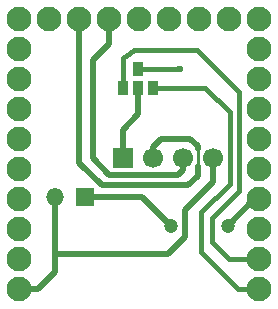
<source format=gbr>
G04 #@! TF.FileFunction,Copper,L1,Top,Signal*
%FSLAX46Y46*%
G04 Gerber Fmt 4.6, Leading zero omitted, Abs format (unit mm)*
G04 Created by KiCad (PCBNEW 4.0.6) date 07/30/17 19:43:23*
%MOMM*%
%LPD*%
G01*
G04 APERTURE LIST*
%ADD10C,0.100000*%
%ADD11R,1.500000X1.500000*%
%ADD12O,1.500000X1.500000*%
%ADD13R,1.700000X1.700000*%
%ADD14C,1.700000*%
%ADD15R,0.970000X1.270000*%
%ADD16C,2.100000*%
%ADD17C,1.200000*%
%ADD18C,0.600000*%
%ADD19C,0.400000*%
%ADD20C,0.500000*%
%ADD21C,0.250000*%
G04 APERTURE END LIST*
D10*
D11*
X146861000Y-80355000D03*
D12*
X144321000Y-80355000D03*
D13*
X150037800Y-77038200D03*
D14*
X152577800Y-77038200D03*
X155117800Y-77038200D03*
X157657800Y-77038200D03*
D15*
X152628600Y-71094600D03*
X151358600Y-71094600D03*
X150088600Y-71094600D03*
X151358600Y-69544600D03*
D16*
X161581000Y-67845000D03*
X161581000Y-70385000D03*
X161581000Y-72925000D03*
X161581000Y-75465000D03*
X161581000Y-78005000D03*
X161581000Y-80545000D03*
X161581000Y-83085000D03*
X161581000Y-85625000D03*
X161581000Y-88165000D03*
X161581000Y-65305000D03*
X159041000Y-65305000D03*
X156501000Y-65305000D03*
X153961000Y-65305000D03*
X151421000Y-65305000D03*
X148881000Y-65305000D03*
X146341000Y-65305000D03*
X143801000Y-65305000D03*
X141261000Y-65305000D03*
X141261000Y-67845000D03*
X141261000Y-70385000D03*
X141261000Y-72925000D03*
X141261000Y-75465000D03*
X141261000Y-78005000D03*
X141261000Y-80545000D03*
X141261000Y-83085000D03*
X141261000Y-85625000D03*
X141261000Y-88165000D03*
D17*
X154101800Y-82778600D03*
X158927800Y-82778600D03*
D18*
X154881000Y-69545000D03*
D19*
X159131000Y-79222600D02*
X156692600Y-81661000D01*
X157048200Y-71094600D02*
X159131000Y-73177400D01*
X159131000Y-73177400D02*
X159131000Y-79222600D01*
X152628600Y-71094600D02*
X157048200Y-71094600D01*
X159842200Y-88163400D02*
X161569400Y-88163400D01*
X156692600Y-85013800D02*
X159842200Y-88163400D01*
X156692600Y-81661000D02*
X156692600Y-85013800D01*
X160807400Y-88163400D02*
X161569400Y-88163400D01*
X151181000Y-67935000D02*
X151020200Y-67935000D01*
X156338200Y-67946200D02*
X151181000Y-67935000D01*
X159893000Y-71501000D02*
X156338200Y-67946200D01*
X159893000Y-79883000D02*
X159893000Y-71501000D01*
X161569400Y-85623400D02*
X159080200Y-85623400D01*
X157607000Y-84150200D02*
X159080200Y-85623400D01*
X157607000Y-82169000D02*
X157607000Y-84150200D01*
X159893000Y-79883000D02*
X157607000Y-82169000D01*
X150088600Y-68547400D02*
X150088600Y-71094600D01*
X151020200Y-67935000D02*
X150088600Y-68547400D01*
D20*
X146556200Y-80355000D02*
X151663400Y-80340200D01*
X154101800Y-82778600D02*
X151663400Y-80340200D01*
X158927800Y-82778600D02*
X161163000Y-80543400D01*
X161569400Y-80543400D02*
X161163000Y-80543400D01*
D19*
X151358600Y-69544600D02*
X154880600Y-69544600D01*
X154880600Y-69544600D02*
X154881000Y-69545000D01*
D20*
X148920200Y-78511400D02*
X147497800Y-77089000D01*
X155117800Y-78105000D02*
X154711400Y-78511400D01*
X154711400Y-78511400D02*
X148920200Y-78511400D01*
X148869400Y-67386200D02*
X148869400Y-65303400D01*
X147497800Y-68757800D02*
X148869400Y-67386200D01*
X147497800Y-77089000D02*
X147497800Y-68757800D01*
X155128600Y-77038200D02*
X155117800Y-78105000D01*
X155524200Y-79375000D02*
X155575000Y-79375000D01*
X146329400Y-77444600D02*
X146329400Y-65303400D01*
X148259800Y-79375000D02*
X146329400Y-77444600D01*
X155524200Y-79375000D02*
X148259800Y-79375000D01*
X156387800Y-76022200D02*
X156387800Y-76327000D01*
D21*
X156387800Y-76327000D02*
X156387800Y-77749400D01*
D20*
X156387800Y-77749400D02*
X156387800Y-78562200D01*
X155778200Y-75412600D02*
X156387800Y-76022200D01*
X155575000Y-79375000D02*
X156387800Y-78562200D01*
X153289000Y-75412600D02*
X155778200Y-75412600D01*
X152577800Y-76123800D02*
X153289000Y-75412600D01*
X152577800Y-77038200D02*
X152577800Y-76123800D01*
X144321000Y-85217000D02*
X153847800Y-85217000D01*
X157708600Y-79070200D02*
X155321000Y-81457800D01*
X155321000Y-81457800D02*
X155321000Y-83743800D01*
X155321000Y-83743800D02*
X153847800Y-85217000D01*
X157708600Y-79070200D02*
X157679400Y-77038200D01*
X144321000Y-80355000D02*
X144321000Y-85217000D01*
X144321000Y-85217000D02*
X144321000Y-86715000D01*
X142872600Y-88163400D02*
X141249400Y-88163400D01*
X144321000Y-86715000D02*
X142872600Y-88163400D01*
X151358600Y-71196200D02*
X151358600Y-73329800D01*
X150037800Y-74650600D02*
X150037800Y-77038200D01*
X151358600Y-73329800D02*
X150037800Y-74650600D01*
M02*

</source>
